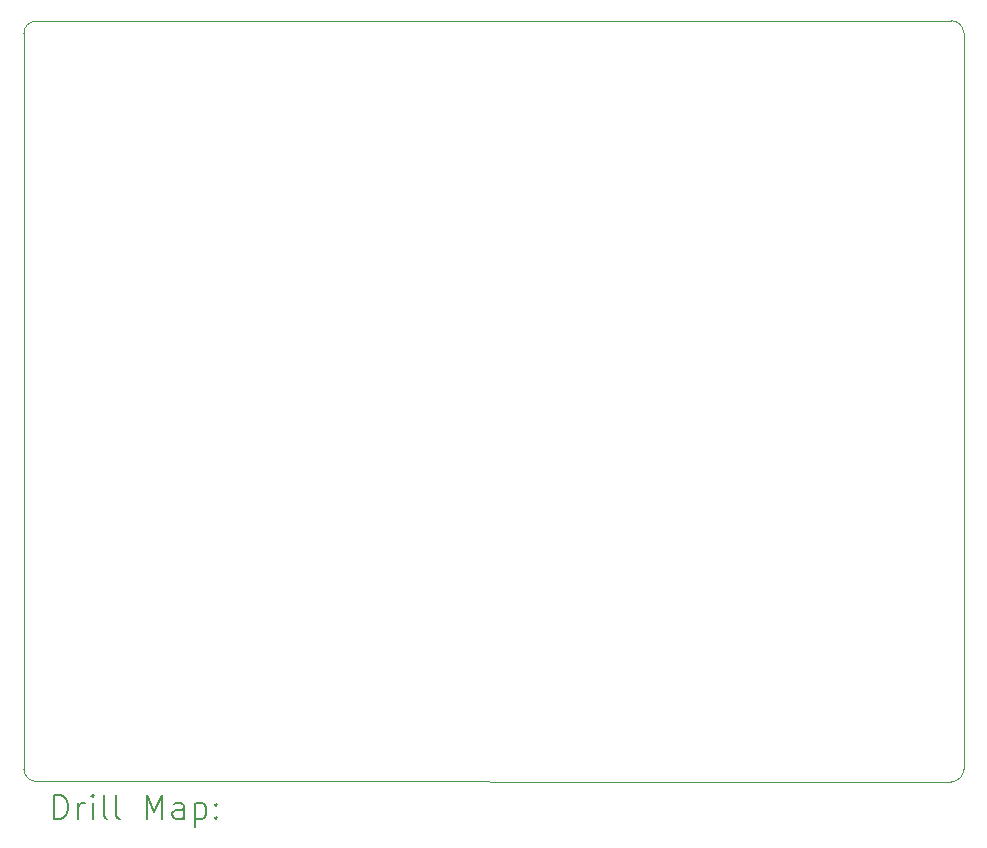
<source format=gbr>
%TF.GenerationSoftware,KiCad,Pcbnew,8.0.1*%
%TF.CreationDate,2024-04-20T18:07:58+02:00*%
%TF.ProjectId,proto_board_V3,70726f74-6f5f-4626-9f61-72645f56332e,rev?*%
%TF.SameCoordinates,Original*%
%TF.FileFunction,Drillmap*%
%TF.FilePolarity,Positive*%
%FSLAX45Y45*%
G04 Gerber Fmt 4.5, Leading zero omitted, Abs format (unit mm)*
G04 Created by KiCad (PCBNEW 8.0.1) date 2024-04-20 18:07:58*
%MOMM*%
%LPD*%
G01*
G04 APERTURE LIST*
%ADD10C,0.050000*%
%ADD11C,0.200000*%
G04 APERTURE END LIST*
D10*
X12500000Y-10979000D02*
X12499754Y-4746246D01*
X4647246Y-11081754D02*
X12395000Y-11084000D01*
X4542246Y-4749246D02*
X4542246Y-10976754D01*
X12394754Y-4641246D02*
X4647246Y-4644246D01*
X12394754Y-4641246D02*
G75*
G02*
X12499754Y-4746246I0J-105000D01*
G01*
X4647246Y-11081754D02*
G75*
G02*
X4542246Y-10976754I0J105000D01*
G01*
X4542246Y-4749246D02*
G75*
G02*
X4647246Y-4644246I105000J0D01*
G01*
X12500000Y-10979000D02*
G75*
G02*
X12395000Y-11084000I-105000J0D01*
G01*
D11*
X4800523Y-11397984D02*
X4800523Y-11197984D01*
X4800523Y-11197984D02*
X4848142Y-11197984D01*
X4848142Y-11197984D02*
X4876714Y-11207508D01*
X4876714Y-11207508D02*
X4895761Y-11226555D01*
X4895761Y-11226555D02*
X4905285Y-11245603D01*
X4905285Y-11245603D02*
X4914809Y-11283698D01*
X4914809Y-11283698D02*
X4914809Y-11312269D01*
X4914809Y-11312269D02*
X4905285Y-11350365D01*
X4905285Y-11350365D02*
X4895761Y-11369412D01*
X4895761Y-11369412D02*
X4876714Y-11388460D01*
X4876714Y-11388460D02*
X4848142Y-11397984D01*
X4848142Y-11397984D02*
X4800523Y-11397984D01*
X5000523Y-11397984D02*
X5000523Y-11264650D01*
X5000523Y-11302746D02*
X5010047Y-11283698D01*
X5010047Y-11283698D02*
X5019571Y-11274174D01*
X5019571Y-11274174D02*
X5038618Y-11264650D01*
X5038618Y-11264650D02*
X5057666Y-11264650D01*
X5124333Y-11397984D02*
X5124333Y-11264650D01*
X5124333Y-11197984D02*
X5114809Y-11207508D01*
X5114809Y-11207508D02*
X5124333Y-11217031D01*
X5124333Y-11217031D02*
X5133856Y-11207508D01*
X5133856Y-11207508D02*
X5124333Y-11197984D01*
X5124333Y-11197984D02*
X5124333Y-11217031D01*
X5248142Y-11397984D02*
X5229094Y-11388460D01*
X5229094Y-11388460D02*
X5219571Y-11369412D01*
X5219571Y-11369412D02*
X5219571Y-11197984D01*
X5352904Y-11397984D02*
X5333856Y-11388460D01*
X5333856Y-11388460D02*
X5324333Y-11369412D01*
X5324333Y-11369412D02*
X5324333Y-11197984D01*
X5581475Y-11397984D02*
X5581475Y-11197984D01*
X5581475Y-11197984D02*
X5648142Y-11340841D01*
X5648142Y-11340841D02*
X5714809Y-11197984D01*
X5714809Y-11197984D02*
X5714809Y-11397984D01*
X5895761Y-11397984D02*
X5895761Y-11293222D01*
X5895761Y-11293222D02*
X5886237Y-11274174D01*
X5886237Y-11274174D02*
X5867190Y-11264650D01*
X5867190Y-11264650D02*
X5829094Y-11264650D01*
X5829094Y-11264650D02*
X5810047Y-11274174D01*
X5895761Y-11388460D02*
X5876713Y-11397984D01*
X5876713Y-11397984D02*
X5829094Y-11397984D01*
X5829094Y-11397984D02*
X5810047Y-11388460D01*
X5810047Y-11388460D02*
X5800523Y-11369412D01*
X5800523Y-11369412D02*
X5800523Y-11350365D01*
X5800523Y-11350365D02*
X5810047Y-11331317D01*
X5810047Y-11331317D02*
X5829094Y-11321793D01*
X5829094Y-11321793D02*
X5876713Y-11321793D01*
X5876713Y-11321793D02*
X5895761Y-11312269D01*
X5990999Y-11264650D02*
X5990999Y-11464650D01*
X5990999Y-11274174D02*
X6010047Y-11264650D01*
X6010047Y-11264650D02*
X6048142Y-11264650D01*
X6048142Y-11264650D02*
X6067190Y-11274174D01*
X6067190Y-11274174D02*
X6076713Y-11283698D01*
X6076713Y-11283698D02*
X6086237Y-11302746D01*
X6086237Y-11302746D02*
X6086237Y-11359888D01*
X6086237Y-11359888D02*
X6076713Y-11378936D01*
X6076713Y-11378936D02*
X6067190Y-11388460D01*
X6067190Y-11388460D02*
X6048142Y-11397984D01*
X6048142Y-11397984D02*
X6010047Y-11397984D01*
X6010047Y-11397984D02*
X5990999Y-11388460D01*
X6171952Y-11378936D02*
X6181475Y-11388460D01*
X6181475Y-11388460D02*
X6171952Y-11397984D01*
X6171952Y-11397984D02*
X6162428Y-11388460D01*
X6162428Y-11388460D02*
X6171952Y-11378936D01*
X6171952Y-11378936D02*
X6171952Y-11397984D01*
X6171952Y-11274174D02*
X6181475Y-11283698D01*
X6181475Y-11283698D02*
X6171952Y-11293222D01*
X6171952Y-11293222D02*
X6162428Y-11283698D01*
X6162428Y-11283698D02*
X6171952Y-11274174D01*
X6171952Y-11274174D02*
X6171952Y-11293222D01*
M02*

</source>
